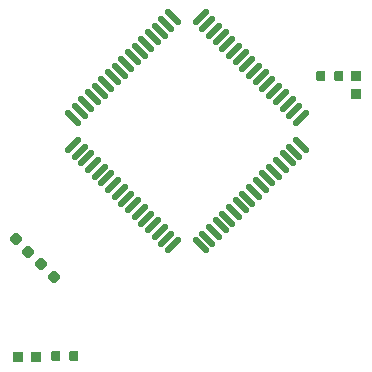
<source format=gtp>
G04*
G04 #@! TF.GenerationSoftware,Altium Limited,Altium NEXUS,4.0.7 (54)*
G04*
G04 Layer_Color=8421504*
%FSLAX44Y44*%
%MOMM*%
G71*
G04*
G04 #@! TF.SameCoordinates,2F636ACE-6931-4982-A4A6-23C36C612785*
G04*
G04*
G04 #@! TF.FilePolarity,Positive*
G04*
G01*
G75*
G04:AMPARAMS|DCode=18|XSize=0.889mm|YSize=0.889mm|CornerRadius=0.1111mm|HoleSize=0mm|Usage=FLASHONLY|Rotation=180.000|XOffset=0mm|YOffset=0mm|HoleType=Round|Shape=RoundedRectangle|*
%AMROUNDEDRECTD18*
21,1,0.8890,0.6668,0,0,180.0*
21,1,0.6668,0.8890,0,0,180.0*
1,1,0.2223,-0.3334,0.3334*
1,1,0.2223,0.3334,0.3334*
1,1,0.2223,0.3334,-0.3334*
1,1,0.2223,-0.3334,-0.3334*
%
%ADD18ROUNDEDRECTD18*%
G04:AMPARAMS|DCode=19|XSize=0.889mm|YSize=0.889mm|CornerRadius=0.1111mm|HoleSize=0mm|Usage=FLASHONLY|Rotation=270.000|XOffset=0mm|YOffset=0mm|HoleType=Round|Shape=RoundedRectangle|*
%AMROUNDEDRECTD19*
21,1,0.8890,0.6668,0,0,270.0*
21,1,0.6668,0.8890,0,0,270.0*
1,1,0.2223,-0.3334,-0.3334*
1,1,0.2223,-0.3334,0.3334*
1,1,0.2223,0.3334,0.3334*
1,1,0.2223,0.3334,-0.3334*
%
%ADD19ROUNDEDRECTD19*%
G04:AMPARAMS|DCode=20|XSize=0.55mm|YSize=1.75mm|CornerRadius=0mm|HoleSize=0mm|Usage=FLASHONLY|Rotation=315.000|XOffset=0mm|YOffset=0mm|HoleType=Round|Shape=Round|*
%AMOVALD20*
21,1,1.2000,0.5500,0.0000,0.0000,45.0*
1,1,0.5500,-0.4243,-0.4243*
1,1,0.5500,0.4243,0.4243*
%
%ADD20OVALD20*%

G04:AMPARAMS|DCode=21|XSize=0.55mm|YSize=1.75mm|CornerRadius=0mm|HoleSize=0mm|Usage=FLASHONLY|Rotation=45.000|XOffset=0mm|YOffset=0mm|HoleType=Round|Shape=Round|*
%AMOVALD21*
21,1,1.2000,0.5500,0.0000,0.0000,135.0*
1,1,0.5500,0.4243,-0.4243*
1,1,0.5500,-0.4243,0.4243*
%
%ADD21OVALD21*%

G04:AMPARAMS|DCode=22|XSize=0.762mm|YSize=0.889mm|CornerRadius=0.0953mm|HoleSize=0mm|Usage=FLASHONLY|Rotation=180.000|XOffset=0mm|YOffset=0mm|HoleType=Round|Shape=RoundedRectangle|*
%AMROUNDEDRECTD22*
21,1,0.7620,0.6985,0,0,180.0*
21,1,0.5715,0.8890,0,0,180.0*
1,1,0.1905,-0.2858,0.3493*
1,1,0.1905,0.2858,0.3493*
1,1,0.1905,0.2858,-0.3493*
1,1,0.1905,-0.2858,-0.3493*
%
%ADD22ROUNDEDRECTD22*%
G04:AMPARAMS|DCode=23|XSize=0.889mm|YSize=0.889mm|CornerRadius=0.1111mm|HoleSize=0mm|Usage=FLASHONLY|Rotation=315.000|XOffset=0mm|YOffset=0mm|HoleType=Round|Shape=RoundedRectangle|*
%AMROUNDEDRECTD23*
21,1,0.8890,0.6668,0,0,315.0*
21,1,0.6668,0.8890,0,0,315.0*
1,1,0.2223,0.0000,-0.4715*
1,1,0.2223,-0.4715,0.0000*
1,1,0.2223,0.0000,0.4715*
1,1,0.2223,0.4715,0.0000*
%
%ADD23ROUNDEDRECTD23*%
D18*
X89500Y25250D02*
D03*
X104740D02*
D03*
D19*
X376000Y247630D02*
D03*
Y262870D02*
D03*
D20*
X244167Y312520D02*
D03*
X249824Y306863D02*
D03*
X255481Y301206D02*
D03*
X261138Y295550D02*
D03*
X266795Y289893D02*
D03*
X272451Y284236D02*
D03*
X278108Y278579D02*
D03*
X283765Y272922D02*
D03*
X289422Y267265D02*
D03*
X295079Y261608D02*
D03*
X300736Y255951D02*
D03*
X306393Y250295D02*
D03*
X312050Y244638D02*
D03*
X317706Y238981D02*
D03*
X323363Y233324D02*
D03*
X329020Y227667D02*
D03*
X220833Y119480D02*
D03*
X215176Y125137D02*
D03*
X209519Y130794D02*
D03*
X203862Y136451D02*
D03*
X198205Y142107D02*
D03*
X192549Y147764D02*
D03*
X186892Y153421D02*
D03*
X181235Y159078D02*
D03*
X175578Y164735D02*
D03*
X169921Y170392D02*
D03*
X164264Y176049D02*
D03*
X158607Y181705D02*
D03*
X152950Y187362D02*
D03*
X147294Y193019D02*
D03*
X141637Y198676D02*
D03*
X135980Y204333D02*
D03*
D21*
X329020D02*
D03*
X323363Y198676D02*
D03*
X317706Y193019D02*
D03*
X312050Y187362D02*
D03*
X306393Y181705D02*
D03*
X300736Y176049D02*
D03*
X295079Y170392D02*
D03*
X289422Y164735D02*
D03*
X283765Y159078D02*
D03*
X278108Y153421D02*
D03*
X272451Y147764D02*
D03*
X266795Y142107D02*
D03*
X261138Y136451D02*
D03*
X255481Y130794D02*
D03*
X249824Y125137D02*
D03*
X244167Y119480D02*
D03*
X135980Y227667D02*
D03*
X141637Y233324D02*
D03*
X147294Y238981D02*
D03*
X152950Y244638D02*
D03*
X158607Y250295D02*
D03*
X164264Y255951D02*
D03*
X169921Y261608D02*
D03*
X175578Y267265D02*
D03*
X181235Y272922D02*
D03*
X186892Y278579D02*
D03*
X192549Y284236D02*
D03*
X198205Y289893D02*
D03*
X203862Y295550D02*
D03*
X209519Y301206D02*
D03*
X215176Y306863D02*
D03*
X220833Y312520D02*
D03*
D22*
X361620Y263000D02*
D03*
X346380D02*
D03*
X121760Y25500D02*
D03*
X137000D02*
D03*
D23*
X119776Y92474D02*
D03*
X109000Y103250D02*
D03*
X87612Y124888D02*
D03*
X98388Y114112D02*
D03*
M02*

</source>
